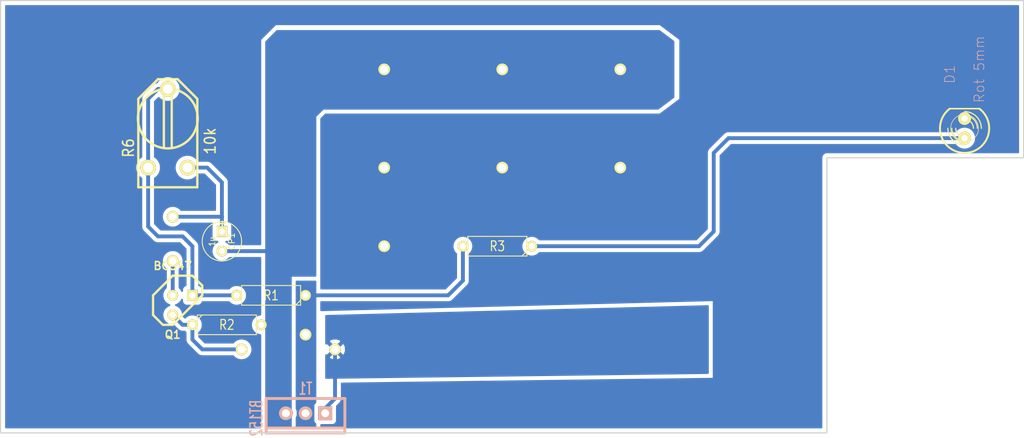
<source format=kicad_pcb>
(kicad_pcb (version 3) (host pcbnew "(2013-june-11)-stable")

  (general
    (links 22)
    (no_connects 0)
    (area 96.444999 93.904999 228.675001 151.132822)
    (thickness 1.6)
    (drawings 6)
    (tracks 53)
    (zones 0)
    (modules 20)
    (nets 10)
  )

  (page A4)
  (layers
    (15 F.Cu signal)
    (0 B.Cu signal)
    (16 B.Adhes user)
    (17 F.Adhes user)
    (18 B.Paste user)
    (19 F.Paste user)
    (20 B.SilkS user)
    (21 F.SilkS user)
    (22 B.Mask user)
    (23 F.Mask user)
    (24 Dwgs.User user)
    (25 Cmts.User user)
    (26 Eco1.User user)
    (27 Eco2.User user)
    (28 Edge.Cuts user)
  )

  (setup
    (last_trace_width 0.5)
    (trace_clearance 0.254)
    (zone_clearance 0.508)
    (zone_45_only no)
    (trace_min 0.254)
    (segment_width 0.2)
    (edge_width 0.15)
    (via_size 0.889)
    (via_drill 0.635)
    (via_min_size 0.889)
    (via_min_drill 0.508)
    (uvia_size 0.508)
    (uvia_drill 0.127)
    (uvias_allowed no)
    (uvia_min_size 0.508)
    (uvia_min_drill 0.127)
    (pcb_text_width 0.3)
    (pcb_text_size 1 1)
    (mod_edge_width 0.15)
    (mod_text_size 1 1)
    (mod_text_width 0.15)
    (pad_size 1.778 1.778)
    (pad_drill 1.016)
    (pad_to_mask_clearance 0)
    (aux_axis_origin 0 0)
    (visible_elements FFFFFFFF)
    (pcbplotparams
      (layerselection 3178497)
      (usegerberextensions true)
      (excludeedgelayer true)
      (linewidth 0.150000)
      (plotframeref false)
      (viasonmask false)
      (mode 1)
      (useauxorigin false)
      (hpglpennumber 1)
      (hpglpenspeed 20)
      (hpglpendiameter 15)
      (hpglpenoverlay 2)
      (psnegative false)
      (psa4output false)
      (plotreference true)
      (plotvalue true)
      (plotothertext true)
      (plotinvisibletext false)
      (padsonsilk false)
      (subtractmaskfromsilk false)
      (outputformat 1)
      (mirror false)
      (drillshape 1)
      (scaleselection 1)
      (outputdirectory ""))
  )

  (net 0 "")
  (net 1 /+)
  (net 2 /-)
  (net 3 /V+)
  (net 4 N-000001)
  (net 5 N-000002)
  (net 6 N-000003)
  (net 7 N-000007)
  (net 8 N-000008)
  (net 9 N-000009)

  (net_class Default "Dies ist die voreingestellte Netzklasse."
    (clearance 0.254)
    (trace_width 0.5)
    (via_dia 0.889)
    (via_drill 0.635)
    (uvia_dia 0.508)
    (uvia_drill 0.127)
    (add_net "")
    (add_net /+)
    (add_net /-)
    (add_net /V+)
    (add_net N-000001)
    (add_net N-000002)
    (add_net N-000003)
    (add_net N-000007)
    (add_net N-000008)
    (add_net N-000009)
  )

  (module led-LED5MM (layer F.Cu) (tedit 53222A83) (tstamp 53220FEE)
    (at 220.98 110.49 90)
    (descr LED)
    (tags LED)
    (path /532200B4)
    (attr virtual)
    (fp_text reference D1 (at 6.985 -1.905 90) (layer B.SilkS)
      (effects (font (size 1.27 1.27) (thickness 0.0889)))
    )
    (fp_text value "Rot 5mm" (at 7.62 1.905 90) (layer B.SilkS)
      (effects (font (size 1.27 1.27) (thickness 0.0889)))
    )
    (fp_line (start 2.54 1.905) (end 2.54 -1.905) (layer F.SilkS) (width 0.2032))
    (fp_circle (center 0 0) (end -1.27 1.27) (layer F.SilkS) (width 0.0762))
    (fp_arc (start 0 0) (end 2.54 1.905) (angle 286.2) (layer F.SilkS) (width 0.254))
    (fp_arc (start 0 0) (end -1.143 0) (angle 90) (layer F.SilkS) (width 0.1524))
    (fp_arc (start 0 0) (end 1.143 0) (angle 90) (layer F.SilkS) (width 0.1524))
    (fp_arc (start 0 0) (end -1.651 0) (angle 90) (layer F.SilkS) (width 0.1524))
    (fp_arc (start 0 0) (end 1.651 0) (angle 90) (layer F.SilkS) (width 0.1524))
    (fp_arc (start 0 0) (end -2.159 0) (angle 90) (layer F.SilkS) (width 0.1524))
    (fp_arc (start 0 0) (end 2.159 0) (angle 90) (layer F.SilkS) (width 0.1524))
    (pad 1 thru_hole circle (at -1.27 0 90) (size 1.6764 1.6764) (drill 0.8128)
      (layers *.Cu F.Paste F.SilkS F.Mask)
      (net 4 N-000001)
    )
    (pad 2 thru_hole circle (at 1.27 0 90) (size 1.6764 1.6764) (drill 0.8128)
      (layers *.Cu F.Paste F.SilkS F.Mask)
      (net 2 /-)
    )
  )

  (module TO220_VERT (layer B.Cu) (tedit 532352CD) (tstamp 53220FA3)
    (at 135.89 147.32 270)
    (descr "Regulateur TO220 serie LM78xx")
    (tags "TR TO220")
    (path /5322008D)
    (fp_text reference T1 (at -3.175 0 540) (layer B.SilkS)
      (effects (font (size 1.524 1.016) (thickness 0.2032)) (justify mirror))
    )
    (fp_text value BT152 (at 0.635 6.35 270) (layer B.SilkS)
      (effects (font (size 1.524 1.016) (thickness 0.2032)) (justify mirror))
    )
    (fp_line (start 1.905 5.08) (end 2.54 5.08) (layer B.SilkS) (width 0.381))
    (fp_line (start 2.54 5.08) (end 2.54 -5.08) (layer B.SilkS) (width 0.381))
    (fp_line (start 2.54 -5.08) (end 1.905 -5.08) (layer B.SilkS) (width 0.381))
    (fp_line (start -1.905 5.08) (end 1.905 5.08) (layer B.SilkS) (width 0.381))
    (fp_line (start 1.905 5.08) (end 1.905 -5.08) (layer B.SilkS) (width 0.381))
    (fp_line (start 1.905 -5.08) (end -1.905 -5.08) (layer B.SilkS) (width 0.381))
    (fp_line (start -1.905 -5.08) (end -1.905 5.08) (layer B.SilkS) (width 0.381))
    (pad 1 thru_hole circle (at 0 2.54 270) (size 1.778 1.778) (drill 1.016)
      (layers *.Cu *.Mask B.SilkS)
      (net 1 /+)
    )
    (pad 2 thru_hole circle (at 0 0 270) (size 1.778 1.778) (drill 1.016)
      (layers *.Cu *.Mask B.SilkS)
      (net 3 /V+)
    )
    (pad 3 thru_hole rect (at 0 -2.54 270) (size 1.778 1.778) (drill 1.016)
      (layers *.Cu *.Mask B.SilkS)
      (net 5 N-000002)
    )
  )

  (module TO92 (layer F.Cu) (tedit 443CFFD1) (tstamp 53220F95)
    (at 120.015 133.35)
    (descr "Transistor TO92 brochage type BC237")
    (tags "TR TO92")
    (path /5321FFBF)
    (fp_text reference Q1 (at -1.27 3.81) (layer F.SilkS)
      (effects (font (size 1.016 1.016) (thickness 0.2032)))
    )
    (fp_text value BC547 (at -1.27 -5.08) (layer F.SilkS)
      (effects (font (size 1.016 1.016) (thickness 0.2032)))
    )
    (fp_line (start -1.27 2.54) (end 2.54 -1.27) (layer F.SilkS) (width 0.3048))
    (fp_line (start 2.54 -1.27) (end 2.54 -2.54) (layer F.SilkS) (width 0.3048))
    (fp_line (start 2.54 -2.54) (end 1.27 -3.81) (layer F.SilkS) (width 0.3048))
    (fp_line (start 1.27 -3.81) (end -1.27 -3.81) (layer F.SilkS) (width 0.3048))
    (fp_line (start -1.27 -3.81) (end -3.81 -1.27) (layer F.SilkS) (width 0.3048))
    (fp_line (start -3.81 -1.27) (end -3.81 1.27) (layer F.SilkS) (width 0.3048))
    (fp_line (start -3.81 1.27) (end -2.54 2.54) (layer F.SilkS) (width 0.3048))
    (fp_line (start -2.54 2.54) (end -1.27 2.54) (layer F.SilkS) (width 0.3048))
    (pad 1 thru_hole rect (at 1.27 -1.27) (size 1.397 1.397) (drill 0.8128)
      (layers *.Cu *.Mask F.SilkS)
      (net 8 N-000008)
    )
    (pad 2 thru_hole circle (at -1.27 -1.27) (size 1.397 1.397) (drill 0.8128)
      (layers *.Cu *.Mask F.SilkS)
      (net 9 N-000009)
    )
    (pad 3 thru_hole circle (at -1.27 1.27) (size 1.397 1.397) (drill 0.8128)
      (layers *.Cu *.Mask F.SilkS)
      (net 6 N-000003)
    )
    (model discret/to98.wrl
      (at (xyz 0 0 0))
      (scale (xyz 1 1 1))
      (rotate (xyz 0 0 0))
    )
  )

  (module RV2X4 (layer F.Cu) (tedit 200000) (tstamp 53220FB5)
    (at 118.11 110.49 90)
    (descr "Resistance variable / Potentiometre")
    (tags R)
    (path /532201EF)
    (fp_text reference R6 (at -2.54 -5.08 90) (layer F.SilkS)
      (effects (font (size 1.397 1.27) (thickness 0.2032)))
    )
    (fp_text value 10k (at -1.651 5.461 90) (layer F.SilkS)
      (effects (font (size 1.397 1.27) (thickness 0.2032)))
    )
    (fp_line (start -7.62 -3.81) (end 3.81 -3.81) (layer F.SilkS) (width 0.3048))
    (fp_line (start 3.81 -3.81) (end 6.35 -1.27) (layer F.SilkS) (width 0.3048))
    (fp_line (start 6.35 -1.27) (end 6.35 1.27) (layer F.SilkS) (width 0.3048))
    (fp_line (start 6.35 1.27) (end 3.81 3.81) (layer F.SilkS) (width 0.3048))
    (fp_line (start 3.81 3.81) (end -7.62 3.81) (layer F.SilkS) (width 0.3048))
    (fp_line (start -7.62 3.81) (end -7.62 -3.81) (layer F.SilkS) (width 0.3048))
    (fp_line (start 0.762 -3.81) (end 1.905 -3.81) (layer F.SilkS) (width 0.3048))
    (fp_line (start 1.651 3.81) (end 0.762 3.81) (layer F.SilkS) (width 0.3048))
    (fp_line (start -2.54 -0.508) (end 4.953 -0.508) (layer F.SilkS) (width 0.3048))
    (fp_line (start -2.54 0.508) (end 4.953 0.508) (layer F.SilkS) (width 0.3048))
    (fp_circle (center 1.27 0) (end -2.54 -0.635) (layer F.SilkS) (width 0.3048))
    (pad 1 thru_hole circle (at -5.08 -2.54 90) (size 2.032 2.032) (drill 1.27)
      (layers *.Cu *.Mask F.SilkS)
      (net 8 N-000008)
    )
    (pad 2 thru_hole circle (at 5.08 0 90) (size 2.032 2.032) (drill 1.27)
      (layers *.Cu *.Mask F.SilkS)
      (net 8 N-000008)
    )
    (pad 3 thru_hole circle (at -5.08 2.54 90) (size 2.032 2.032) (drill 1.27)
      (layers *.Cu *.Mask F.SilkS)
      (net 7 N-000007)
    )
    (model discret/adjustable_rx2v4.wrl
      (at (xyz 0 0 0))
      (scale (xyz 1 1 1))
      (rotate (xyz 0 0 0))
    )
  )

  (module R3-5 (layer F.Cu) (tedit 53222DBF) (tstamp 53220FC3)
    (at 131.445 132.08 180)
    (path /5321FEEA)
    (fp_text reference R1 (at 0 0 180) (layer F.SilkS)
      (effects (font (size 1.27 1.016) (thickness 0.1524)))
    )
    (fp_text value 560 (at 0 0 180) (layer F.SilkS) hide
      (effects (font (size 1.27 1.016) (thickness 0.1524)))
    )
    (fp_line (start -3.81 -0.635) (end -3.81 1.27) (layer F.SilkS) (width 0.127))
    (fp_line (start -3.81 1.27) (end 3.81 1.27) (layer F.SilkS) (width 0.127))
    (fp_line (start 3.81 1.27) (end 3.81 -1.27) (layer F.SilkS) (width 0.127))
    (fp_line (start 3.81 -1.27) (end -3.81 -1.27) (layer F.SilkS) (width 0.127))
    (fp_line (start -3.81 -1.27) (end -3.81 -0.635) (layer F.SilkS) (width 0.127))
    (fp_line (start -4.445 0) (end -3.81 0) (layer F.SilkS) (width 0.127))
    (fp_line (start 3.81 0) (end 4.445 0) (layer F.SilkS) (width 0.127))
    (fp_line (start -3.81 -0.635) (end -3.175 -1.27) (layer F.SilkS) (width 0.127))
    (pad 1 thru_hole circle (at -4.445 0 180) (size 1.397 1.397) (drill 0.8128)
      (layers *.Cu *.Mask F.SilkS)
      (net 3 /V+)
    )
    (pad 2 thru_hole circle (at 4.445 0 180) (size 1.397 1.397) (drill 0.8128)
      (layers *.Cu *.Mask F.SilkS)
      (net 8 N-000008)
    )
    (model discret/resistor.wrl
      (at (xyz 0 0 0))
      (scale (xyz 0.35 0.35 0.3))
      (rotate (xyz 0 0 0))
    )
  )

  (module R3-5 (layer F.Cu) (tedit 3F979F9F) (tstamp 53220FD1)
    (at 125.73 135.89)
    (path /5321FF0E)
    (fp_text reference R2 (at 0 0) (layer F.SilkS)
      (effects (font (size 1.27 1.016) (thickness 0.1524)))
    )
    (fp_text value 560 (at 0 0) (layer F.SilkS) hide
      (effects (font (size 1.27 1.016) (thickness 0.1524)))
    )
    (fp_line (start -3.81 -0.635) (end -3.81 1.27) (layer F.SilkS) (width 0.127))
    (fp_line (start -3.81 1.27) (end 3.81 1.27) (layer F.SilkS) (width 0.127))
    (fp_line (start 3.81 1.27) (end 3.81 -1.27) (layer F.SilkS) (width 0.127))
    (fp_line (start 3.81 -1.27) (end -3.81 -1.27) (layer F.SilkS) (width 0.127))
    (fp_line (start -3.81 -1.27) (end -3.81 -0.635) (layer F.SilkS) (width 0.127))
    (fp_line (start -4.445 0) (end -3.81 0) (layer F.SilkS) (width 0.127))
    (fp_line (start 3.81 0) (end 4.445 0) (layer F.SilkS) (width 0.127))
    (fp_line (start -3.81 -0.635) (end -3.175 -1.27) (layer F.SilkS) (width 0.127))
    (pad 1 thru_hole circle (at -4.445 0) (size 1.397 1.397) (drill 0.8128)
      (layers *.Cu *.Mask F.SilkS)
      (net 6 N-000003)
    )
    (pad 2 thru_hole circle (at 4.445 0) (size 1.397 1.397) (drill 0.8128)
      (layers *.Cu *.Mask F.SilkS)
      (net 1 /+)
    )
    (model discret/resistor.wrl
      (at (xyz 0 0 0))
      (scale (xyz 0.35 0.35 0.3))
      (rotate (xyz 0 0 0))
    )
  )

  (module R3-5 (layer F.Cu) (tedit 3F979F9F) (tstamp 53220FDF)
    (at 160.655 125.73 180)
    (path /5321FF1D)
    (fp_text reference R3 (at 0 0 180) (layer F.SilkS)
      (effects (font (size 1.27 1.016) (thickness 0.1524)))
    )
    (fp_text value 1k (at 0 0 180) (layer F.SilkS) hide
      (effects (font (size 1.27 1.016) (thickness 0.1524)))
    )
    (fp_line (start -3.81 -0.635) (end -3.81 1.27) (layer F.SilkS) (width 0.127))
    (fp_line (start -3.81 1.27) (end 3.81 1.27) (layer F.SilkS) (width 0.127))
    (fp_line (start 3.81 1.27) (end 3.81 -1.27) (layer F.SilkS) (width 0.127))
    (fp_line (start 3.81 -1.27) (end -3.81 -1.27) (layer F.SilkS) (width 0.127))
    (fp_line (start -3.81 -1.27) (end -3.81 -0.635) (layer F.SilkS) (width 0.127))
    (fp_line (start -4.445 0) (end -3.81 0) (layer F.SilkS) (width 0.127))
    (fp_line (start 3.81 0) (end 4.445 0) (layer F.SilkS) (width 0.127))
    (fp_line (start -3.81 -0.635) (end -3.175 -1.27) (layer F.SilkS) (width 0.127))
    (pad 1 thru_hole circle (at -4.445 0 180) (size 1.397 1.397) (drill 0.8128)
      (layers *.Cu *.Mask F.SilkS)
      (net 4 N-000001)
    )
    (pad 2 thru_hole circle (at 4.445 0 180) (size 1.397 1.397) (drill 0.8128)
      (layers *.Cu *.Mask F.SilkS)
      (net 3 /V+)
    )
    (model discret/resistor.wrl
      (at (xyz 0 0 0))
      (scale (xyz 0.35 0.35 0.3))
      (rotate (xyz 0 0 0))
    )
  )

  (module C1V5 (layer F.Cu) (tedit 3E070CF4) (tstamp 53220FF6)
    (at 125.095 125.095 270)
    (descr "Condensateur e = 1 pas")
    (tags C)
    (path /5321FF3D)
    (fp_text reference CP1 (at 0 -1.26746 270) (layer F.SilkS)
      (effects (font (size 0.762 0.762) (thickness 0.127)))
    )
    (fp_text value 1µ (at 0 1.27 270) (layer F.SilkS)
      (effects (font (size 0.762 0.635) (thickness 0.127)))
    )
    (fp_text user + (at -2.286 0 270) (layer F.SilkS)
      (effects (font (size 0.762 0.762) (thickness 0.2032)))
    )
    (fp_circle (center 0 0) (end 0.127 -2.54) (layer F.SilkS) (width 0.127))
    (pad 1 thru_hole rect (at -1.27 0 270) (size 1.397 1.397) (drill 0.8128)
      (layers *.Cu *.Mask F.SilkS)
      (net 7 N-000007)
    )
    (pad 2 thru_hole circle (at 1.27 0 270) (size 1.397 1.397) (drill 0.8128)
      (layers *.Cu *.Mask F.SilkS)
      (net 1 /+)
    )
    (model discret/c_vert_c1v5.wrl
      (at (xyz 0 0 0))
      (scale (xyz 1 1 1))
      (rotate (xyz 0 0 0))
    )
  )

  (module 1Pin_TH_40milVia (layer F.Cu) (tedit 53234FD9) (tstamp 53220FFB)
    (at 146.05 102.87)
    (tags DEV)
    (path /53220A9B)
    (fp_text reference P6 (at 0 1.397) (layer F.SilkS) hide
      (effects (font (size 0.508 0.4572) (thickness 0.2032)))
    )
    (fp_text value CONN_1 (at 0 0) (layer F.SilkS) hide
      (effects (font (size 0.127 0.127) (thickness 0.00254)))
    )
    (pad 1 thru_hole circle (at 0 0) (size 1.524 1.524) (drill 1.016)
      (layers *.Cu *.Mask F.SilkS)
      (net 1 /+)
    )
  )

  (module 1Pin_TH_40milVia (layer F.Cu) (tedit 53234FAA) (tstamp 53221000)
    (at 161.29 102.87)
    (tags DEV)
    (path /53220AA8)
    (fp_text reference P7 (at 0 1.397) (layer F.SilkS) hide
      (effects (font (size 0.508 0.4572) (thickness 0.2032)))
    )
    (fp_text value CONN_1 (at 0 0) (layer F.SilkS) hide
      (effects (font (size 0.127 0.127) (thickness 0.00254)))
    )
    (pad 1 thru_hole circle (at 0 0) (size 1.524 1.524) (drill 1.016)
      (layers *.Cu *.Mask F.SilkS)
      (net 1 /+)
    )
  )

  (module 1Pin_TH_40milVia (layer F.Cu) (tedit 488C1451) (tstamp 53221005)
    (at 176.53 102.87)
    (tags DEV)
    (path /53220AAE)
    (fp_text reference P8 (at 0 1.397) (layer F.SilkS) hide
      (effects (font (size 0.508 0.4572) (thickness 0.2032)))
    )
    (fp_text value Motor (at 0 0) (layer F.SilkS) hide
      (effects (font (size 0.127 0.127) (thickness 0.00254)))
    )
    (pad 1 thru_hole circle (at 0 0) (size 1.524 1.524) (drill 1.016)
      (layers *.Cu *.Mask F.SilkS)
      (net 1 /+)
    )
  )

  (module 1Pin_TH_40milVia (layer F.Cu) (tedit 488C1451) (tstamp 5322100A)
    (at 161.29 115.57)
    (tags DEV)
    (path /53220ABE)
    (fp_text reference P5 (at 0 1.397) (layer F.SilkS) hide
      (effects (font (size 0.508 0.4572) (thickness 0.2032)))
    )
    (fp_text value CONN_1 (at 0 0) (layer F.SilkS) hide
      (effects (font (size 0.127 0.127) (thickness 0.00254)))
    )
    (pad 1 thru_hole circle (at 0 0) (size 1.524 1.524) (drill 1.016)
      (layers *.Cu *.Mask F.SilkS)
      (net 2 /-)
    )
  )

  (module 1Pin_TH_40milVia (layer F.Cu) (tedit 488C1451) (tstamp 5322100F)
    (at 146.05 115.57)
    (tags DEV)
    (path /53220AC4)
    (fp_text reference P4 (at 0 1.397) (layer F.SilkS) hide
      (effects (font (size 0.508 0.4572) (thickness 0.2032)))
    )
    (fp_text value CONN_1 (at 0 0) (layer F.SilkS) hide
      (effects (font (size 0.127 0.127) (thickness 0.00254)))
    )
    (pad 1 thru_hole circle (at 0 0) (size 1.524 1.524) (drill 1.016)
      (layers *.Cu *.Mask F.SilkS)
      (net 2 /-)
    )
  )

  (module 1Pin_TH_40milVia (layer F.Cu) (tedit 488C1451) (tstamp 53221014)
    (at 176.53 115.57)
    (tags DEV)
    (path /53220ACA)
    (fp_text reference P3 (at 0 1.397) (layer F.SilkS) hide
      (effects (font (size 0.508 0.4572) (thickness 0.2032)))
    )
    (fp_text value CONN_1 (at 0 0) (layer F.SilkS) hide
      (effects (font (size 0.127 0.127) (thickness 0.00254)))
    )
    (pad 1 thru_hole circle (at 0 0) (size 1.524 1.524) (drill 1.016)
      (layers *.Cu *.Mask F.SilkS)
      (net 2 /-)
    )
  )

  (module 1Pin_TH_40milVia (layer F.Cu) (tedit 488C1451) (tstamp 53221019)
    (at 146.05 125.73)
    (tags DEV)
    (path /53220AD0)
    (fp_text reference P2 (at 0 1.397) (layer F.SilkS) hide
      (effects (font (size 0.508 0.4572) (thickness 0.2032)))
    )
    (fp_text value CONN_1 (at 0 0) (layer F.SilkS) hide
      (effects (font (size 0.127 0.127) (thickness 0.00254)))
    )
    (pad 1 thru_hole circle (at 0 0) (size 1.524 1.524) (drill 1.016)
      (layers *.Cu *.Mask F.SilkS)
      (net 2 /-)
    )
  )

  (module 1Pin_TH_40milVia (layer F.Cu) (tedit 488C1451) (tstamp 5322101E)
    (at 135.89 137.16)
    (tags DEV)
    (path /53220AD6)
    (fp_text reference P1 (at 0 1.397) (layer F.SilkS) hide
      (effects (font (size 0.508 0.4572) (thickness 0.2032)))
    )
    (fp_text value CONN_1 (at 0 0) (layer F.SilkS) hide
      (effects (font (size 0.127 0.127) (thickness 0.00254)))
    )
    (pad 1 thru_hole circle (at 0 0) (size 1.524 1.524) (drill 1.016)
      (layers *.Cu *.Mask F.SilkS)
      (net 3 /V+)
    )
  )

  (module 1Pin_TH_40milVia (layer F.Cu) (tedit 53234F3F) (tstamp 536B4EE0)
    (at 139.7 139.065)
    (tags DEV)
    (path /53222F3A)
    (fp_text reference P9 (at 0 1.397) (layer F.SilkS) hide
      (effects (font (size 0.508 0.4572) (thickness 0.2032)))
    )
    (fp_text value CONN_1 (at 0 0) (layer F.SilkS) hide
      (effects (font (size 0.127 0.127) (thickness 0.00254)))
    )
    (pad 1 thru_hole circle (at 0 0) (size 1.524 1.524) (drill 1.016)
      (layers *.Cu *.Mask F.SilkS)
      (net 5 N-000002)
    )
  )

  (module 1Pin_TH_40milVia (layer F.Cu) (tedit 488C1451) (tstamp 536B4EE5)
    (at 127.635 139.065)
    (tags DEV)
    (path /53222F40)
    (fp_text reference P10 (at 0 1.397) (layer F.SilkS) hide
      (effects (font (size 0.508 0.4572) (thickness 0.2032)))
    )
    (fp_text value CONN_1 (at 0 0) (layer F.SilkS) hide
      (effects (font (size 0.127 0.127) (thickness 0.00254)))
    )
    (pad 1 thru_hole circle (at 0 0) (size 1.524 1.524) (drill 1.016)
      (layers *.Cu *.Mask F.SilkS)
      (net 6 N-000003)
    )
  )

  (module 1Pin_TH_40milVia (layer F.Cu) (tedit 488C1451) (tstamp 5323414C)
    (at 118.745 127.635)
    (tags DEV)
    (path /532340CF)
    (fp_text reference P12 (at 0 1.397) (layer F.SilkS) hide
      (effects (font (size 0.508 0.4572) (thickness 0.2032)))
    )
    (fp_text value CONN_1 (at 0 0) (layer F.SilkS) hide
      (effects (font (size 0.127 0.127) (thickness 0.00254)))
    )
    (pad 1 thru_hole circle (at 0 0) (size 1.524 1.524) (drill 1.016)
      (layers *.Cu *.Mask F.SilkS)
      (net 9 N-000009)
    )
  )

  (module 1Pin_TH_40milVia (layer F.Cu) (tedit 488C1451) (tstamp 5323418C)
    (at 118.745 121.92)
    (tags DEV)
    (path /532340D5)
    (fp_text reference P11 (at 0 1.397) (layer F.SilkS) hide
      (effects (font (size 0.508 0.4572) (thickness 0.2032)))
    )
    (fp_text value CONN_1 (at 0 0) (layer F.SilkS) hide
      (effects (font (size 0.127 0.127) (thickness 0.00254)))
    )
    (pad 1 thru_hole circle (at 0 0) (size 1.524 1.524) (drill 1.016)
      (layers *.Cu *.Mask F.SilkS)
      (net 7 N-000007)
    )
  )

  (gr_line (start 96.52 149.86) (end 96.52 93.98) (angle 90) (layer Edge.Cuts) (width 0.15))
  (gr_line (start 203.2 149.86) (end 96.52 149.86) (angle 90) (layer Edge.Cuts) (width 0.15))
  (gr_line (start 203.2 114.3) (end 203.2 149.86) (angle 90) (layer Edge.Cuts) (width 0.15))
  (gr_line (start 228.6 114.3) (end 203.2 114.3) (angle 90) (layer Edge.Cuts) (width 0.15))
  (gr_line (start 228.6 93.98) (end 228.6 114.3) (angle 90) (layer Edge.Cuts) (width 0.15))
  (gr_line (start 96.52 93.98) (end 228.6 93.98) (angle 90) (layer Edge.Cuts) (width 0.15))

  (segment (start 130.175 135.89) (end 133.35 135.89) (width 0.5) (layer B.Cu) (net 1))
  (segment (start 125.095 126.365) (end 133.35 126.365) (width 0.5) (layer B.Cu) (net 1))
  (segment (start 146.05 102.87) (end 135.89 102.87) (width 0.254) (layer B.Cu) (net 1) (status 10))
  (segment (start 133.35 105.41) (end 133.35 126.365) (width 0.254) (layer B.Cu) (net 1) (tstamp 53233BCC) (status 20))
  (segment (start 133.35 126.365) (end 133.35 135.89) (width 0.254) (layer B.Cu) (net 1) (tstamp 53233F46) (status 20))
  (segment (start 133.35 135.89) (end 133.35 140.97) (width 0.254) (layer B.Cu) (net 1) (tstamp 532348F1) (status 20))
  (segment (start 133.35 140.97) (end 133.35 147.32) (width 0.254) (layer B.Cu) (net 1) (tstamp 53233F4C) (status 20))
  (segment (start 135.89 102.87) (end 133.35 105.41) (width 0.254) (layer B.Cu) (net 1) (tstamp 53233BCA))
  (segment (start 176.53 102.87) (end 161.29 102.87) (width 0.254) (layer B.Cu) (net 1) (status 30))
  (segment (start 161.29 102.87) (end 146.05 102.87) (width 0.254) (layer B.Cu) (net 1) (tstamp 536B4F48) (status 30))
  (segment (start 176.53 115.57) (end 183.515 115.57) (width 0.5) (layer B.Cu) (net 2) (status 10))
  (segment (start 183.515 115.57) (end 184.785 114.3) (width 0.5) (layer B.Cu) (net 2) (tstamp 53233D65))
  (segment (start 184.785 114.3) (end 184.785 109.22) (width 0.5) (layer B.Cu) (net 2) (tstamp 53233D68))
  (segment (start 184.785 109.22) (end 185.42 108.585) (width 0.5) (layer B.Cu) (net 2) (tstamp 53233D6C))
  (segment (start 185.42 108.585) (end 220.345 108.585) (width 0.5) (layer B.Cu) (net 2) (tstamp 53233D6D))
  (segment (start 220.345 108.585) (end 220.98 109.22) (width 0.5) (layer B.Cu) (net 2) (tstamp 53233D70) (status 20))
  (segment (start 146.05 125.73) (end 146.05 115.57) (width 0.254) (layer B.Cu) (net 2) (status 30))
  (segment (start 146.05 115.57) (end 161.29 115.57) (width 0.254) (layer B.Cu) (net 2) (tstamp 536B4F44) (status 30))
  (segment (start 161.29 115.57) (end 176.53 115.57) (width 0.254) (layer B.Cu) (net 2) (tstamp 536B4F45) (status 30))
  (segment (start 135.89 132.08) (end 154.305 132.08) (width 0.5) (layer B.Cu) (net 3))
  (segment (start 156.21 130.175) (end 156.21 125.73) (width 0.5) (layer B.Cu) (net 3) (tstamp 53233F5A))
  (segment (start 154.305 132.08) (end 156.21 130.175) (width 0.5) (layer B.Cu) (net 3) (tstamp 53233F55))
  (segment (start 135.89 132.08) (end 135.89 137.16) (width 0.5) (layer B.Cu) (net 3))
  (segment (start 135.89 137.16) (end 135.89 147.32) (width 0.254) (layer B.Cu) (net 3) (status 30))
  (segment (start 165.1 125.73) (end 186.69 125.73) (width 0.5) (layer B.Cu) (net 4))
  (segment (start 190.5 111.76) (end 220.98 111.76) (width 0.5) (layer B.Cu) (net 4) (tstamp 53233F6B))
  (segment (start 188.595 113.665) (end 190.5 111.76) (width 0.5) (layer B.Cu) (net 4) (tstamp 53233F69))
  (segment (start 188.595 123.825) (end 188.595 113.665) (width 0.5) (layer B.Cu) (net 4) (tstamp 53233F65))
  (segment (start 186.69 125.73) (end 188.595 123.825) (width 0.5) (layer B.Cu) (net 4) (tstamp 53233F60))
  (segment (start 138.43 147.32) (end 138.43 146.685) (width 0.5) (layer B.Cu) (net 5))
  (segment (start 139.7 145.415) (end 139.7 139.065) (width 0.5) (layer B.Cu) (net 5) (tstamp 53233FBC))
  (segment (start 138.43 146.685) (end 139.7 145.415) (width 0.5) (layer B.Cu) (net 5) (tstamp 53233FB7))
  (segment (start 127.635 139.065) (end 122.555 139.065) (width 0.5) (layer B.Cu) (net 6))
  (segment (start 121.285 137.795) (end 121.285 135.89) (width 0.5) (layer B.Cu) (net 6) (tstamp 532348FA))
  (segment (start 122.555 139.065) (end 121.285 137.795) (width 0.5) (layer B.Cu) (net 6) (tstamp 532348F7))
  (segment (start 121.285 135.89) (end 120.015 135.89) (width 0.5) (layer B.Cu) (net 6))
  (segment (start 120.015 135.89) (end 118.745 134.62) (width 0.5) (layer B.Cu) (net 6) (tstamp 532348E7))
  (segment (start 118.745 121.92) (end 125.095 121.92) (width 0.5) (layer B.Cu) (net 7))
  (segment (start 125.095 117.475) (end 125.095 121.92) (width 0.5) (layer B.Cu) (net 7) (tstamp 53233F80))
  (segment (start 125.095 121.92) (end 125.095 123.825) (width 0.5) (layer B.Cu) (net 7) (tstamp 53234236))
  (segment (start 123.19 115.57) (end 125.095 117.475) (width 0.5) (layer B.Cu) (net 7) (tstamp 53233F79))
  (segment (start 120.65 115.57) (end 123.19 115.57) (width 0.5) (layer B.Cu) (net 7))
  (segment (start 115.57 115.57) (end 115.57 123.19) (width 0.5) (layer B.Cu) (net 8))
  (segment (start 121.285 128.27) (end 121.285 132.08) (width 0.5) (layer B.Cu) (net 8))
  (segment (start 121.285 125.73) (end 121.285 128.27) (width 0.5) (layer B.Cu) (net 8) (tstamp 53234215))
  (segment (start 120.015 124.46) (end 121.285 125.73) (width 0.5) (layer B.Cu) (net 8) (tstamp 53234213))
  (segment (start 116.84 124.46) (end 120.015 124.46) (width 0.5) (layer B.Cu) (net 8) (tstamp 53234211))
  (segment (start 115.57 123.19) (end 116.84 124.46) (width 0.5) (layer B.Cu) (net 8) (tstamp 5323420D))
  (segment (start 127 132.08) (end 121.285 132.08) (width 0.5) (layer B.Cu) (net 8))
  (segment (start 118.11 105.41) (end 116.84 105.41) (width 0.5) (layer B.Cu) (net 8) (status 10))
  (segment (start 116.84 105.41) (end 115.57 106.68) (width 0.5) (layer B.Cu) (net 8) (tstamp 536B4F86))
  (segment (start 115.57 106.68) (end 115.57 115.57) (width 0.5) (layer B.Cu) (net 8) (tstamp 536B4F88) (status 20))
  (segment (start 118.745 127.635) (end 118.745 132.08) (width 0.5) (layer B.Cu) (net 9))

  (zone (net 1) (net_name /+) (layer B.Cu) (tstamp 5347DBDF) (hatch full 0.508)
    (connect_pads yes (clearance 0.508))
    (min_thickness 0.254)
    (fill (arc_segments 32) (thermal_gap 0.508) (thermal_bridge_width 0.508))
    (polygon
      (pts
        (xy 183.515 108.585) (xy 137.795 108.585) (xy 137.795 130.175) (xy 134.62 130.175) (xy 134.62 149.86)
        (xy 130.175 149.86) (xy 130.175 97.79) (xy 183.515 97.79)
      )
    )
    (filled_polygon
      (pts
        (xy 183.388 106.457749) (xy 181.398333 107.95) (xy 138.166974 107.95) (xy 137.16 108.956974) (xy 137.16 129.54)
        (xy 133.985 129.54) (xy 133.985 149.15) (xy 130.81 149.15) (xy 130.81 99.323026) (xy 132.216026 97.917)
        (xy 181.567666 97.917) (xy 183.388 99.28225) (xy 183.388 106.457749)
      )
    )
  )
  (zone (net 3) (net_name /V+) (layer B.Cu) (tstamp 53233D25) (hatch full 0.508)
    (priority 1)
    (connect_pads yes (clearance 0.508))
    (min_thickness 0.254)
    (fill (arc_segments 16) (thermal_gap 0.508) (thermal_bridge_width 0.508))
    (polygon
      (pts
        (xy 137.795 149.86) (xy 134.62 149.86) (xy 134.62 130.175) (xy 137.795 130.175)
      )
    )
    (filled_polygon
      (pts
        (xy 137.16 149.15) (xy 134.747 149.15) (xy 134.747 147.92968) (xy 134.873734 147.624472) (xy 134.874263 147.018188)
        (xy 134.747 146.710187) (xy 134.747 130.302) (xy 137.16 130.302) (xy 137.16 145.914092) (xy 137.002987 146.070832)
        (xy 136.906111 146.304136) (xy 136.90589 146.556755) (xy 136.90589 148.334755) (xy 137.002359 148.568229) (xy 137.16 148.726144)
        (xy 137.16 149.15)
      )
    )
  )
  (zone (net 2) (net_name /-) (layer B.Cu) (tstamp 5347DB91) (hatch edge 0.508)
    (priority 2)
    (connect_pads yes (clearance 0.508))
    (min_thickness 0.254)
    (fill (arc_segments 32) (thermal_gap 0.508) (thermal_bridge_width 0.508))
    (polygon
      (pts
        (xy 228.6 114.3) (xy 203.2 114.3) (xy 203.2 149.86) (xy 137.795 149.86) (xy 137.795 109.22)
        (xy 138.43 108.585) (xy 181.61 108.585) (xy 184.15 106.68) (xy 184.15 99.06) (xy 181.61 97.155)
        (xy 132.08 97.155) (xy 130.175 99.06) (xy 130.175 149.86) (xy 96.52 149.86) (xy 96.52 93.98)
        (xy 228.6 93.98)
      )
    )
    (filled_polygon
      (pts
        (xy 227.89 113.59) (xy 222.453263 113.59) (xy 222.453263 111.615545) (xy 222.397147 111.332138) (xy 222.287052 111.065028)
        (xy 222.127172 110.824389) (xy 221.923597 110.619388) (xy 221.68408 110.457832) (xy 221.417745 110.345875) (xy 221.134736 110.287781)
        (xy 220.845834 110.285764) (xy 220.562042 110.339901) (xy 220.29417 110.448128) (xy 220.052421 110.606324) (xy 219.846003 110.808464)
        (xy 219.800444 110.875) (xy 190.5 110.875) (xy 190.418598 110.882981) (xy 190.337203 110.890103) (xy 190.332736 110.8914)
        (xy 190.328103 110.891855) (xy 190.249852 110.91548) (xy 190.171339 110.93829) (xy 190.167205 110.940432) (xy 190.162753 110.941777)
        (xy 190.09059 110.980146) (xy 190.017994 111.017777) (xy 190.014357 111.020679) (xy 190.010248 111.022865) (xy 189.946926 111.074509)
        (xy 189.883008 111.125534) (xy 189.876528 111.131924) (xy 189.876399 111.13203) (xy 189.876299 111.13215) (xy 189.87421 111.134211)
        (xy 187.96921 113.03921) (xy 187.917283 113.102426) (xy 187.864775 113.165004) (xy 187.862533 113.16908) (xy 187.859579 113.172678)
        (xy 187.820956 113.244708) (xy 187.781565 113.316361) (xy 187.780156 113.320799) (xy 187.777959 113.324899) (xy 187.754073 113.403025)
        (xy 187.729339 113.480998) (xy 187.728819 113.485625) (xy 187.72746 113.490074) (xy 187.719205 113.571339) (xy 187.710086 113.652643)
        (xy 187.710022 113.661747) (xy 187.710006 113.661911) (xy 187.71002 113.662063) (xy 187.71 113.665) (xy 187.71 123.45842)
        (xy 186.32342 124.845) (xy 166.100542 124.845) (xy 165.954118 124.697549) (xy 165.737314 124.551313) (xy 165.496235 124.449973)
        (xy 165.240063 124.397388) (xy 164.978557 124.395563) (xy 164.721676 124.444565) (xy 164.479206 124.54253) (xy 164.260381 124.685725)
        (xy 164.073537 124.868695) (xy 163.925791 125.084473) (xy 163.82277 125.324839) (xy 163.768399 125.580637) (xy 163.764747 125.842124)
        (xy 163.811955 126.099341) (xy 163.908225 126.342489) (xy 164.049888 126.562308) (xy 164.23155 126.750425) (xy 164.446291 126.899674)
        (xy 164.685932 127.00437) (xy 164.941344 127.060526) (xy 165.2028 127.066003) (xy 165.46034 127.020592) (xy 165.704154 126.926022)
        (xy 165.924957 126.785897) (xy 166.104415 126.615) (xy 186.69 126.615) (xy 186.771355 126.607022) (xy 186.852796 126.599898)
        (xy 186.857267 126.598598) (xy 186.861897 126.598145) (xy 186.940131 126.574524) (xy 187.01866 126.55171) (xy 187.022792 126.549567)
        (xy 187.027247 126.548223) (xy 187.099387 126.509865) (xy 187.172006 126.472224) (xy 187.175646 126.469318) (xy 187.179752 126.467135)
        (xy 187.24307 126.415493) (xy 187.306991 126.364466) (xy 187.313474 126.358073) (xy 187.313601 126.35797) (xy 187.313697 126.357852)
        (xy 187.31579 126.35579) (xy 189.220789 124.45079) (xy 189.272668 124.38763) (xy 189.325225 124.324996) (xy 189.327468 124.320915)
        (xy 189.33042 124.317322) (xy 189.369012 124.245346) (xy 189.408435 124.173639) (xy 189.409843 124.169197) (xy 189.41204 124.165102)
        (xy 189.43592 124.086993) (xy 189.460661 124.009002) (xy 189.461179 124.004375) (xy 189.46254 123.999927) (xy 189.470795 123.918651)
        (xy 189.479914 123.837357) (xy 189.479977 123.828253) (xy 189.479994 123.82809) (xy 189.479979 123.827937) (xy 189.48 123.825)
        (xy 189.48 114.031579) (xy 190.866579 112.645) (xy 219.797641 112.645) (xy 219.819877 112.679502) (xy 220.02057 112.887326)
        (xy 220.257808 113.052211) (xy 220.522553 113.167876) (xy 220.804723 113.229915) (xy 221.093569 113.235965) (xy 221.37809 113.185797)
        (xy 221.647447 113.08132) (xy 221.891381 112.926514) (xy 222.100601 112.727277) (xy 222.267138 112.491196) (xy 222.384648 112.227264)
        (xy 222.448655 111.945534) (xy 222.453263 111.615545) (xy 222.453263 113.59) (xy 203.2 113.59) (xy 203.133539 113.596516)
        (xy 203.066959 113.602576) (xy 203.064569 113.603279) (xy 203.062094 113.603522) (xy 202.998172 113.62282) (xy 202.934029 113.641699)
        (xy 202.931821 113.642852) (xy 202.92944 113.643572) (xy 202.870485 113.674918) (xy 202.81123 113.705897) (xy 202.809288 113.707458)
        (xy 202.807092 113.708626) (xy 202.755371 113.750808) (xy 202.703239 113.792724) (xy 202.701636 113.794633) (xy 202.69971 113.796205)
        (xy 202.657164 113.847633) (xy 202.614169 113.898873) (xy 202.612968 113.901055) (xy 202.611383 113.902973) (xy 202.579608 113.961738)
        (xy 202.547414 114.020301) (xy 202.546661 114.022673) (xy 202.545477 114.024864) (xy 202.525728 114.088663) (xy 202.505515 114.152383)
        (xy 202.505237 114.15486) (xy 202.504502 114.157235) (xy 202.497521 114.223649) (xy 202.490069 114.290087) (xy 202.490035 114.294864)
        (xy 202.490017 114.295043) (xy 202.490033 114.295221) (xy 202.49 114.3) (xy 202.49 149.15) (xy 137.922 149.15)
        (xy 137.922 148.84437) (xy 139.381265 148.844027) (xy 139.503423 148.819839) (xy 139.618557 148.772384) (xy 139.72228 148.703471)
        (xy 139.810643 148.615723) (xy 139.880279 148.512483) (xy 139.928537 148.397683) (xy 139.953577 148.275697) (xy 139.954446 148.15117)
        (xy 139.954037 146.412541) (xy 140.325789 146.04079) (xy 140.377691 145.977603) (xy 140.430225 145.914996) (xy 140.432466 145.910919)
        (xy 140.435421 145.907322) (xy 140.474053 145.835273) (xy 140.513435 145.763639) (xy 140.514842 145.759202) (xy 140.517041 145.755102)
        (xy 140.540931 145.67696) (xy 140.565661 145.599002) (xy 140.56618 145.594374) (xy 140.56754 145.589926) (xy 140.575794 145.508656)
        (xy 140.584914 145.427357) (xy 140.584977 145.418253) (xy 140.584994 145.41809) (xy 140.584979 145.417937) (xy 140.585 145.415)
        (xy 140.585 143.482423) (xy 188.595 142.866911) (xy 188.595 132.698509) (xy 137.922 133.997816) (xy 137.922 132.965)
        (xy 154.305 132.965) (xy 154.386355 132.957022) (xy 154.467796 132.949898) (xy 154.472267 132.948598) (xy 154.476897 132.948145)
        (xy 154.555131 132.924524) (xy 154.63366 132.90171) (xy 154.637792 132.899567) (xy 154.642247 132.898223) (xy 154.714387 132.859865)
        (xy 154.787006 132.822224) (xy 154.790646 132.819318) (xy 154.794752 132.817135) (xy 154.85807 132.765493) (xy 154.921991 132.714466)
        (xy 154.928474 132.708073) (xy 154.928601 132.70797) (xy 154.928697 132.707852) (xy 154.93079 132.70579) (xy 156.835789 130.80079)
        (xy 156.887668 130.73763) (xy 156.940225 130.674996) (xy 156.942468 130.670915) (xy 156.94542 130.667322) (xy 156.984012 130.595346)
        (xy 157.023435 130.523639) (xy 157.024843 130.519197) (xy 157.02704 130.515102) (xy 157.05092 130.436993) (xy 157.075661 130.359002)
        (xy 157.076179 130.354375) (xy 157.07754 130.349927) (xy 157.085795 130.268651) (xy 157.094914 130.187357) (xy 157.094977 130.178253)
        (xy 157.094994 130.17809) (xy 157.094979 130.177937) (xy 157.095 130.175) (xy 157.095 126.728718) (xy 157.224337 126.605552)
        (xy 157.375081 126.391858) (xy 157.481448 126.152955) (xy 157.539386 125.897941) (xy 157.543557 125.599244) (xy 157.492762 125.342711)
        (xy 157.393107 125.100931) (xy 157.248388 124.883111) (xy 157.064118 124.697549) (xy 156.847314 124.551313) (xy 156.606235 124.449973)
        (xy 156.350063 124.397388) (xy 156.088557 124.395563) (xy 155.831676 124.444565) (xy 155.589206 124.54253) (xy 155.370381 124.685725)
        (xy 155.183537 124.868695) (xy 155.035791 125.084473) (xy 154.93277 125.324839) (xy 154.878399 125.580637) (xy 154.874747 125.842124)
        (xy 154.921955 126.099341) (xy 155.018225 126.342489) (xy 155.159888 126.562308) (xy 155.325 126.733286) (xy 155.325 129.80842)
        (xy 153.93842 131.195) (xy 137.922 131.195) (xy 137.922 109.272605) (xy 138.482605 108.712) (xy 181.652333 108.712)
        (xy 184.277 106.7435) (xy 184.277 98.9965) (xy 181.652333 97.028) (xy 132.027395 97.028) (xy 130.048 99.007395)
        (xy 130.048 125.48) (xy 126.095542 125.48) (xy 125.949118 125.332549) (xy 125.732314 125.186313) (xy 125.666348 125.158583)
        (xy 125.855765 125.158527) (xy 125.977923 125.134339) (xy 126.093057 125.086884) (xy 126.19678 125.017971) (xy 126.285143 124.930223)
        (xy 126.354779 124.826983) (xy 126.403037 124.712183) (xy 126.428077 124.590197) (xy 126.428946 124.46567) (xy 126.428527 123.064235)
        (xy 126.404339 122.942077) (xy 126.356884 122.826943) (xy 126.287971 122.72322) (xy 126.200223 122.634857) (xy 126.096983 122.565221)
        (xy 125.982183 122.516963) (xy 125.98 122.516514) (xy 125.98 121.92) (xy 125.98 117.475) (xy 125.972018 117.393598)
        (xy 125.964897 117.312203) (xy 125.963599 117.307736) (xy 125.963145 117.303103) (xy 125.939519 117.224852) (xy 125.91671 117.146339)
        (xy 125.914567 117.142205) (xy 125.913223 117.137753) (xy 125.874853 117.06559) (xy 125.837223 116.992994) (xy 125.83432 116.989357)
        (xy 125.832135 116.985248) (xy 125.78049 116.921926) (xy 125.729466 116.858008) (xy 125.723075 116.851528) (xy 125.72297 116.851399)
        (xy 125.722849 116.851299) (xy 125.720789 116.84921) (xy 123.81579 114.94421) (xy 123.752573 114.892283) (xy 123.689996 114.839775)
        (xy 123.685919 114.837533) (xy 123.682322 114.834579) (xy 123.610291 114.795956) (xy 123.538639 114.756565) (xy 123.5342 114.755156)
        (xy 123.530101 114.752959) (xy 123.451974 114.729073) (xy 123.374002 114.704339) (xy 123.369374 114.703819) (xy 123.364926 114.70246)
        (xy 123.28366 114.694205) (xy 123.202357 114.685086) (xy 123.193252 114.685022) (xy 123.193089 114.685006) (xy 123.192936 114.68502)
        (xy 123.19 114.685) (xy 122.044272 114.685) (xy 121.935624 114.521471) (xy 121.707479 114.291728) (xy 121.439055 114.110674)
        (xy 121.140576 113.985205) (xy 120.823411 113.9201) (xy 120.499642 113.91784) (xy 120.181599 113.97851) (xy 119.881397 114.099799)
        (xy 119.610472 114.277088) (xy 119.379141 114.503623) (xy 119.196218 114.770776) (xy 119.068668 115.068372) (xy 119.001351 115.385074)
        (xy 118.99683 115.708821) (xy 119.055278 116.027279) (xy 119.174469 116.32832) (xy 119.349862 116.600477) (xy 119.574777 116.833383)
        (xy 119.840647 117.018167) (xy 120.137345 117.147791) (xy 120.453569 117.217318) (xy 120.777276 117.224099) (xy 121.096135 117.167875)
        (xy 121.398 117.050789) (xy 121.671375 116.8773) (xy 121.905846 116.654017) (xy 122.046237 116.455) (xy 122.82342 116.455)
        (xy 124.21 117.841579) (xy 124.21 121.035) (xy 119.834307 121.035) (xy 119.832835 121.032783) (xy 119.63979 120.838385)
        (xy 119.412662 120.685185) (xy 119.160103 120.579019) (xy 118.891733 120.523931) (xy 118.617774 120.522018) (xy 118.348661 120.573354)
        (xy 118.094644 120.675984) (xy 117.865399 120.825997) (xy 117.669658 121.017681) (xy 117.514877 121.243734) (xy 117.40695 121.495546)
        (xy 117.349989 121.763524) (xy 117.346164 122.037464) (xy 117.39562 122.306928) (xy 117.496474 122.561655) (xy 117.644883 122.791942)
        (xy 117.835196 122.989016) (xy 118.060163 123.145372) (xy 118.311215 123.255054) (xy 118.578789 123.313884) (xy 118.852695 123.319622)
        (xy 119.122499 123.272048) (xy 119.377923 123.172975) (xy 119.60924 123.026177) (xy 119.807639 122.837245) (xy 119.830385 122.805)
        (xy 123.847373 122.805) (xy 123.835221 122.823017) (xy 123.786963 122.937817) (xy 123.761923 123.059803) (xy 123.761054 123.18433)
        (xy 123.761473 124.585765) (xy 123.785661 124.707923) (xy 123.833116 124.823057) (xy 123.902029 124.92678) (xy 123.989777 125.015143)
        (xy 124.093017 125.084779) (xy 124.207817 125.133037) (xy 124.329803 125.158077) (xy 124.45433 125.158946) (xy 124.520251 125.158926)
        (xy 124.474206 125.17753) (xy 124.255381 125.320725) (xy 124.068537 125.503695) (xy 123.920791 125.719473) (xy 123.81777 125.959839)
        (xy 123.763399 126.215637) (xy 123.759747 126.477124) (xy 123.806955 126.734341) (xy 123.903225 126.977489) (xy 124.044888 127.197308)
        (xy 124.22655 127.385425) (xy 124.441291 127.534674) (xy 124.680932 127.63937) (xy 124.936344 127.695526) (xy 125.1978 127.701003)
        (xy 125.45534 127.655592) (xy 125.699154 127.561022) (xy 125.919957 127.420897) (xy 126.099415 127.25) (xy 130.048 127.25)
        (xy 130.048 134.556623) (xy 129.796676 134.604565) (xy 129.554206 134.70253) (xy 129.335381 134.845725) (xy 129.148537 135.028695)
        (xy 129.000791 135.244473) (xy 128.89777 135.484839) (xy 128.843399 135.740637) (xy 128.839747 136.002124) (xy 128.886955 136.259341)
        (xy 128.983225 136.502489) (xy 129.124888 136.722308) (xy 129.30655 136.910425) (xy 129.521291 137.059674) (xy 129.760932 137.16437)
        (xy 130.016344 137.220526) (xy 130.048 137.221189) (xy 130.048 149.15) (xy 129.032059 149.15) (xy 129.032059 138.928017)
        (xy 128.978846 138.659269) (xy 128.874446 138.405975) (xy 128.722835 138.177783) (xy 128.52979 137.983385) (xy 128.302662 137.830185)
        (xy 128.050103 137.724019) (xy 127.781733 137.668931) (xy 127.507774 137.667018) (xy 127.238661 137.718354) (xy 126.984644 137.820984)
        (xy 126.755399 137.970997) (xy 126.559658 138.162681) (xy 126.547799 138.18) (xy 122.921579 138.18) (xy 122.17 137.42842)
        (xy 122.17 136.888718) (xy 122.299337 136.765552) (xy 122.450081 136.551858) (xy 122.556448 136.312955) (xy 122.614386 136.057941)
        (xy 122.618557 135.759244) (xy 122.567762 135.502711) (xy 122.468107 135.260931) (xy 122.323388 135.043111) (xy 122.139118 134.857549)
        (xy 121.922314 134.711313) (xy 121.681235 134.609973) (xy 121.425063 134.557388) (xy 121.163557 134.555563) (xy 120.906676 134.604565)
        (xy 120.664206 134.70253) (xy 120.445381 134.845725) (xy 120.332674 134.956094) (xy 120.075627 134.699047) (xy 120.078557 134.489244)
        (xy 120.027762 134.232711) (xy 119.928107 133.990931) (xy 119.783388 133.773111) (xy 119.599118 133.587549) (xy 119.382314 133.441313)
        (xy 119.161892 133.348656) (xy 119.349154 133.276022) (xy 119.569957 133.135897) (xy 119.759337 132.955552) (xy 119.910081 132.741858)
        (xy 119.951415 132.649019) (xy 119.951473 132.840765) (xy 119.975661 132.962923) (xy 120.023116 133.078057) (xy 120.092029 133.18178)
        (xy 120.179777 133.270143) (xy 120.283017 133.339779) (xy 120.397817 133.388037) (xy 120.519803 133.413077) (xy 120.64433 133.413946)
        (xy 122.045765 133.413527) (xy 122.167923 133.389339) (xy 122.283057 133.341884) (xy 122.38678 133.272971) (xy 122.475143 133.185223)
        (xy 122.544779 133.081983) (xy 122.593037 132.967183) (xy 122.593485 132.965) (xy 126.000771 132.965) (xy 126.13155 133.100425)
        (xy 126.346291 133.249674) (xy 126.585932 133.35437) (xy 126.841344 133.410526) (xy 127.1028 133.416003) (xy 127.36034 133.370592)
        (xy 127.604154 133.276022) (xy 127.824957 133.135897) (xy 128.014337 132.955552) (xy 128.165081 132.741858) (xy 128.271448 132.502955)
        (xy 128.329386 132.247941) (xy 128.333557 131.949244) (xy 128.282762 131.692711) (xy 128.183107 131.450931) (xy 128.038388 131.233111)
        (xy 127.854118 131.047549) (xy 127.637314 130.901313) (xy 127.396235 130.799973) (xy 127.140063 130.747388) (xy 126.878557 130.745563)
        (xy 126.621676 130.794565) (xy 126.379206 130.89253) (xy 126.160381 131.035725) (xy 125.997733 131.195) (xy 122.593482 131.195)
        (xy 122.546884 131.081943) (xy 122.477971 130.97822) (xy 122.390223 130.889857) (xy 122.286983 130.820221) (xy 122.172183 130.771963)
        (xy 122.17 130.771514) (xy 122.17 128.27) (xy 122.17 125.73) (xy 122.162018 125.648598) (xy 122.154897 125.567203)
        (xy 122.153599 125.562736) (xy 122.153145 125.558103) (xy 122.129519 125.479852) (xy 122.10671 125.401339) (xy 122.104567 125.397204)
        (xy 122.103223 125.392753) (xy 122.064874 125.32063) (xy 122.027224 125.247994) (xy 122.024318 125.244353) (xy 122.022135 125.240248)
        (xy 121.970493 125.176929) (xy 121.919466 125.113009) (xy 121.913076 125.10653) (xy 121.91297 125.106399) (xy 121.912848 125.106298)
        (xy 121.910789 125.10421) (xy 120.64079 123.83421) (xy 120.577573 123.782283) (xy 120.514996 123.729775) (xy 120.510919 123.727533)
        (xy 120.507322 123.724579) (xy 120.435291 123.685956) (xy 120.363639 123.646565) (xy 120.3592 123.645156) (xy 120.355101 123.642959)
        (xy 120.276974 123.619073) (xy 120.199002 123.594339) (xy 120.194374 123.593819) (xy 120.189926 123.59246) (xy 120.10866 123.584205)
        (xy 120.027357 123.575086) (xy 120.018252 123.575022) (xy 120.018089 123.575006) (xy 120.017936 123.57502) (xy 120.015 123.575)
        (xy 117.206579 123.575) (xy 116.455 122.82342) (xy 116.455 116.963846) (xy 116.591375 116.8773) (xy 116.825846 116.654017)
        (xy 117.012482 116.389444) (xy 117.144174 116.093658) (xy 117.215906 115.777926) (xy 117.22107 115.408111) (xy 117.158182 115.0905)
        (xy 117.034799 114.791152) (xy 116.855624 114.521471) (xy 116.627479 114.291728) (xy 116.455 114.175389) (xy 116.455 107.046579)
        (xy 116.933289 106.568289) (xy 117.034777 106.673383) (xy 117.300647 106.858167) (xy 117.597345 106.987791) (xy 117.913569 107.057318)
        (xy 118.237276 107.064099) (xy 118.556135 107.007875) (xy 118.858 106.890789) (xy 119.131375 106.7173) (xy 119.365846 106.494017)
        (xy 119.552482 106.229444) (xy 119.684174 105.933658) (xy 119.755906 105.617926) (xy 119.76107 105.248111) (xy 119.698182 104.9305)
        (xy 119.574799 104.631152) (xy 119.395624 104.361471) (xy 119.167479 104.131728) (xy 118.899055 103.950674) (xy 118.600576 103.825205)
        (xy 118.283411 103.7601) (xy 117.959642 103.75784) (xy 117.641599 103.81851) (xy 117.341397 103.939799) (xy 117.070472 104.117088)
        (xy 116.839141 104.343623) (xy 116.706355 104.537552) (xy 116.677203 104.540103) (xy 116.672736 104.5414) (xy 116.668103 104.541855)
        (xy 116.589852 104.56548) (xy 116.511339 104.58829) (xy 116.507204 104.590432) (xy 116.502753 104.591777) (xy 116.43063 104.630125)
        (xy 116.357994 104.667776) (xy 116.354353 104.670681) (xy 116.350248 104.672865) (xy 116.286929 104.724506) (xy 116.223009 104.775534)
        (xy 116.21653 104.781923) (xy 116.216399 104.78203) (xy 116.216298 104.782151) (xy 116.21421 104.784211) (xy 114.94421 106.05421)
        (xy 114.892283 106.117426) (xy 114.839775 106.180004) (xy 114.837533 106.18408) (xy 114.834579 106.187678) (xy 114.795956 106.259708)
        (xy 114.756565 106.331361) (xy 114.755156 106.335799) (xy 114.752959 106.339899) (xy 114.729073 106.418025) (xy 114.704339 106.495998)
        (xy 114.703819 106.500625) (xy 114.70246 106.505074) (xy 114.694205 106.586339) (xy 114.685086 106.667643) (xy 114.685022 106.676747)
        (xy 114.685006 106.676911) (xy 114.68502 106.677063) (xy 114.685 106.68) (xy 114.685 114.175967) (xy 114.530472 114.277088)
        (xy 114.299141 114.503623) (xy 114.116218 114.770776) (xy 113.988668 115.068372) (xy 113.921351 115.385074) (xy 113.91683 115.708821)
        (xy 113.975278 116.027279) (xy 114.094469 116.32832) (xy 114.269862 116.600477) (xy 114.494777 116.833383) (xy 114.685 116.965591)
        (xy 114.685 123.19) (xy 114.692977 123.271355) (xy 114.700102 123.352796) (xy 114.701401 123.357267) (xy 114.701855 123.361897)
        (xy 114.725475 123.440131) (xy 114.74829 123.51866) (xy 114.750432 123.522792) (xy 114.751777 123.527247) (xy 114.790134 123.599387)
        (xy 114.827776 123.672006) (xy 114.830681 123.675646) (xy 114.832865 123.679752) (xy 114.884506 123.74307) (xy 114.935534 123.806991)
        (xy 114.941926 123.813474) (xy 114.94203 123.813601) (xy 114.942147 123.813697) (xy 114.94421 123.81579) (xy 116.21421 125.085789)
        (xy 116.277396 125.137691) (xy 116.340004 125.190225) (xy 116.34408 125.192466) (xy 116.347678 125.195421) (xy 116.419726 125.234053)
        (xy 116.491361 125.273435) (xy 116.495797 125.274842) (xy 116.499898 125.277041) (xy 116.578039 125.300931) (xy 116.655998 125.325661)
        (xy 116.660625 125.32618) (xy 116.665074 125.32754) (xy 116.746343 125.335794) (xy 116.827643 125.344914) (xy 116.836746 125.344977)
        (xy 116.83691 125.344994) (xy 116.837062 125.344979) (xy 116.84 125.345) (xy 119.64842 125.345) (xy 120.4 126.096579)
        (xy 120.4 128.27) (xy 120.4 130.771517) (xy 120.286943 130.818116) (xy 120.18322 130.887029) (xy 120.094857 130.974777)
        (xy 120.025221 131.078017) (xy 119.976963 131.192817) (xy 119.951923 131.314803) (xy 119.951054 131.43933) (xy 119.951074 131.506653)
        (xy 119.928107 131.450931) (xy 119.783388 131.233111) (xy 119.63 131.078647) (xy 119.63 128.721407) (xy 119.807639 128.552245)
        (xy 119.965561 128.328375) (xy 120.076993 128.078095) (xy 120.13769 127.810938) (xy 120.142059 127.498017) (xy 120.088846 127.229269)
        (xy 119.984446 126.975975) (xy 119.832835 126.747783) (xy 119.63979 126.553385) (xy 119.412662 126.400185) (xy 119.160103 126.294019)
        (xy 118.891733 126.238931) (xy 118.617774 126.237018) (xy 118.348661 126.288354) (xy 118.094644 126.390984) (xy 117.865399 126.540997)
        (xy 117.669658 126.732681) (xy 117.514877 126.958734) (xy 117.40695 127.210546) (xy 117.349989 127.478524) (xy 117.346164 127.752464)
        (xy 117.39562 128.021928) (xy 117.496474 128.276655) (xy 117.644883 128.506942) (xy 117.835196 128.704016) (xy 117.86 128.721255)
        (xy 117.86 131.080165) (xy 117.718537 131.218695) (xy 117.570791 131.434473) (xy 117.46777 131.674839) (xy 117.413399 131.930637)
        (xy 117.409747 132.192124) (xy 117.456955 132.449341) (xy 117.553225 132.692489) (xy 117.694888 132.912308) (xy 117.87655 133.100425)
        (xy 118.091291 133.249674) (xy 118.324553 133.351583) (xy 118.124206 133.43253) (xy 117.905381 133.575725) (xy 117.718537 133.758695)
        (xy 117.570791 133.974473) (xy 117.46777 134.214839) (xy 117.413399 134.470637) (xy 117.409747 134.732124) (xy 117.456955 134.989341)
        (xy 117.553225 135.232489) (xy 117.694888 135.452308) (xy 117.87655 135.640425) (xy 118.091291 135.789674) (xy 118.330932 135.89437)
        (xy 118.586344 135.950526) (xy 118.82903 135.955609) (xy 119.38921 136.515789) (xy 119.452396 136.567691) (xy 119.515004 136.620225)
        (xy 119.51908 136.622466) (xy 119.522678 136.625421) (xy 119.594726 136.664053) (xy 119.666361 136.703435) (xy 119.670797 136.704842)
        (xy 119.674898 136.707041) (xy 119.753039 136.730931) (xy 119.830998 136.755661) (xy 119.835625 136.75618) (xy 119.840074 136.75754)
        (xy 119.921343 136.765794) (xy 120.002643 136.774914) (xy 120.011746 136.774977) (xy 120.01191 136.774994) (xy 120.012062 136.774979)
        (xy 120.015 136.775) (xy 120.285771 136.775) (xy 120.4 136.893286) (xy 120.4 137.795) (xy 120.407977 137.876355)
        (xy 120.415102 137.957796) (xy 120.416401 137.962267) (xy 120.416855 137.966897) (xy 120.440475 138.045131) (xy 120.46329 138.12366)
        (xy 120.465432 138.127792) (xy 120.466777 138.132247) (xy 120.505134 138.204387) (xy 120.542776 138.277006) (xy 120.545681 138.280646)
        (xy 120.547865 138.284752) (xy 120.599506 138.34807) (xy 120.650534 138.411991) (xy 120.656926 138.418474) (xy 120.65703 138.418601)
        (xy 120.657147 138.418697) (xy 120.65921 138.42079) (xy 121.92921 139.690789) (xy 121.992396 139.742691) (xy 122.055004 139.795225)
        (xy 122.05908 139.797466) (xy 122.062678 139.800421) (xy 122.134726 139.839053) (xy 122.206361 139.878435) (xy 122.210797 139.879842)
        (xy 122.214898 139.882041) (xy 122.293039 139.905931) (xy 122.370998 139.930661) (xy 122.375625 139.93118) (xy 122.380074 139.93254)
        (xy 122.461343 139.940794) (xy 122.542643 139.949914) (xy 122.551746 139.949977) (xy 122.55191 139.949994) (xy 122.552062 139.949979)
        (xy 122.555 139.95) (xy 126.547493 139.95) (xy 126.725196 140.134016) (xy 126.950163 140.290372) (xy 127.201215 140.400054)
        (xy 127.468789 140.458884) (xy 127.742695 140.464622) (xy 128.012499 140.417048) (xy 128.267923 140.317975) (xy 128.49924 140.171177)
        (xy 128.697639 139.982245) (xy 128.855561 139.758375) (xy 128.966993 139.508095) (xy 129.02769 139.240938) (xy 129.032059 138.928017)
        (xy 129.032059 149.15) (xy 97.23 149.15) (xy 97.23 94.69) (xy 227.89 94.69) (xy 227.89 113.59)
      )
    )
  )
  (zone (net 5) (net_name N-000002) (layer B.Cu) (tstamp 53238B5F) (hatch edge 0.508)
    (priority 3)
    (connect_pads (clearance 0.508))
    (min_thickness 0.254)
    (fill (arc_segments 16) (thermal_gap 0.508) (thermal_bridge_width 0.508))
    (polygon
      (pts
        (xy 138.43 134.62) (xy 138.43 142.875) (xy 187.96 142.24) (xy 187.96 133.35)
      )
    )
    (filled_polygon
      (pts
        (xy 187.833 142.114618) (xy 141.109143 142.713641) (xy 141.109143 139.272696) (xy 141.08136 138.717631) (xy 140.922396 138.333858)
        (xy 140.680212 138.264393) (xy 140.500607 138.443998) (xy 140.500607 138.084788) (xy 140.431142 137.842604) (xy 139.907696 137.655857)
        (xy 139.352631 137.68364) (xy 138.968858 137.842604) (xy 138.899393 138.084788) (xy 139.7 138.885395) (xy 140.500607 138.084788)
        (xy 140.500607 138.443998) (xy 139.879605 139.065) (xy 140.680212 139.865607) (xy 140.922396 139.796142) (xy 141.109143 139.272696)
        (xy 141.109143 142.713641) (xy 140.500607 142.721442) (xy 140.500607 140.045212) (xy 139.7 139.244605) (xy 138.899393 140.045212)
        (xy 138.968858 140.287396) (xy 139.492304 140.474143) (xy 140.047369 140.44636) (xy 140.431142 140.287396) (xy 140.500607 140.045212)
        (xy 140.500607 142.721442) (xy 138.557 142.746361) (xy 138.557 139.818914) (xy 138.719788 139.865607) (xy 139.520395 139.065)
        (xy 138.719788 138.264393) (xy 138.557 138.311085) (xy 138.557 134.743785) (xy 187.833 133.480298) (xy 187.833 142.114618)
      )
    )
  )
)

</source>
